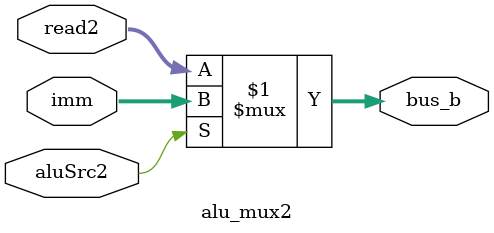
<source format=sv>
module alu_mux2 #(
    parameter DATA_WIDTH = 32
)(
    input  aluSrc2,
    input  [DATA_WIDTH-1:0] imm, read2,
    output [DATA_WIDTH-1:0] bus_b
);

assign bus_b = (aluSrc2) ? imm : read2;
    
endmodule: alu_mux2
</source>
